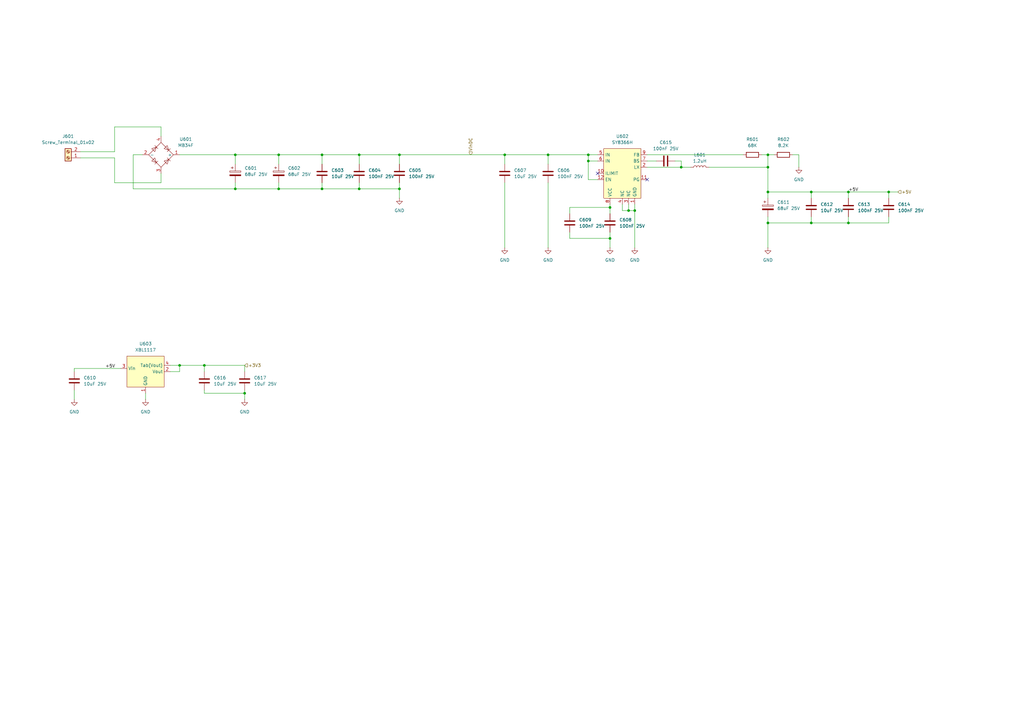
<source format=kicad_sch>
(kicad_sch (version 20250114) (generator "eeschema") (generator_version "9.0")
  (paper "A3")
  (lib_symbols
    (symbol "1CustomSymbols:GOODWORK MB34F"
      (property "Reference" "U" (at 4.572 9.906 0))
      (property "Value" "MB34F" (at 4.572 7.874 0))
      (symbol "GOODWORK MB34F_0_1"
        (polyline (pts (xy -5.08 0) (xy 0 -5.08) (xy 5.08 0) (xy 0 5.08) (xy -5.08 0)))
        (polyline (pts (xy -3.81 2.54) (xy -2.54 1.27) (xy -1.905 3.175) (xy -3.81 2.54)))
        (polyline (pts (xy -2.54 3.81) (xy -1.27 2.54)))
        (polyline (pts (xy -2.54 -1.27) (xy -3.81 -2.54) (xy -1.905 -3.175) (xy -2.54 -1.27)))
        (polyline (pts (xy -1.27 -2.54) (xy -2.54 -3.81)))
        (polyline (pts (xy 1.27 2.54) (xy 2.54 3.81) (xy 3.175 1.905) (xy 1.27 2.54)))
        (polyline (pts (xy 2.54 1.27) (xy 3.81 2.54)))
        (polyline (pts (xy 2.54 -1.27) (xy 3.81 -2.54)))
        (polyline (pts (xy 3.175 -1.905) (xy 1.27 -2.54) (xy 2.54 -3.81) (xy 3.175 -1.905)))
      )
      (symbol "GOODWORK MB34F_1_1"
        (pin passive line (at -7.62 0 0) (length 2.54) (name "-") (number "2"))
        (pin passive line (at 0 7.62 270) (length 2.54) (name "~") (number "4"))
        (pin passive line (at 0 -7.62 90) (length 2.54) (name "") (number "3"))
        (pin passive line (at 7.62 0 180) (length 2.54) (name "+") (number "1"))
      )
    )
    (symbol "Connector:Screw_Terminal_01x02" (pin_names (offset 1.016) (hide yes))
      (property "Reference" "J" (at 0 2.54 0))
      (property "Value" "Screw_Terminal_01x02" (at 0 -5.08 0))
      (symbol "Screw_Terminal_01x02_1_1"
        (rectangle (start -1.27 1.27) (end 1.27 -3.81) (stroke (width 0.254)) (fill (type background)))
        (polyline (pts (xy -0.5334 0.3302) (xy 0.3302 -0.508)) (stroke (width 0.1524)))
        (polyline (pts (xy -0.5334 -2.2098) (xy 0.3302 -3.048)) (stroke (width 0.1524)))
        (polyline (pts (xy -0.3556 0.508) (xy 0.508 -0.3302)) (stroke (width 0.1524)))
        (polyline (pts (xy -0.3556 -2.032) (xy 0.508 -2.8702)) (stroke (width 0.1524)))
        (circle (center 0 0) (radius 0.635) (stroke (width 0.1524)))
        (circle (center 0 -2.54) (radius 0.635) (stroke (width 0.1524)))
        (pin passive line (at -5.08 0 0) (length 3.81) (name "Pin_1") (number "1"))
        (pin passive line (at -5.08 -2.54 0) (length 3.81) (name "Pin_2") (number "2"))
      )
    )
    (symbol "Device:C" (pin_numbers (hide yes)) (pin_names (offset 0.254))
      (property "Reference" "C" (at 0.635 2.54 0))
      (property "Value" "C" (at 0.635 -2.54 0))
      (symbol "C_0_1"
        (polyline (pts (xy -2.032 0.762) (xy 2.032 0.762)) (stroke (width 0.508)))
        (polyline (pts (xy -2.032 -0.762) (xy 2.032 -0.762)) (stroke (width 0.508)))
      )
      (symbol "C_1_1"
        (pin passive line (at 0 3.81 270) (length 2.794) (name "~") (number "1"))
        (pin passive line (at 0 -3.81 90) (length 2.794) (name "~") (number "2"))
      )
    )
    (symbol "Device:C_Polarized" (pin_numbers (hide yes)) (pin_names (offset 0.254))
      (property "Reference" "C" (at 0.635 2.54 0))
      (property "Value" "C_Polarized" (at 0.635 -2.54 0))
      (symbol "C_Polarized_0_1"
        (rectangle (start -2.286 0.508) (end 2.286 1.016))
        (polyline (pts (xy -1.778 2.286) (xy -0.762 2.286)))
        (polyline (pts (xy -1.27 2.794) (xy -1.27 1.778)))
        (rectangle (start 2.286 -0.508) (end -2.286 -1.016) (fill (type outline)))
      )
      (symbol "C_Polarized_1_1"
        (pin passive line (at 0 3.81 270) (length 2.794) (name "~") (number "1"))
        (pin passive line (at 0 -3.81 90) (length 2.794) (name "~") (number "2"))
      )
    )
    (symbol "Device:L" (pin_numbers (hide yes)) (pin_names (offset 1.016) (hide yes))
      (property "Reference" "L" (at -1.27 0 90))
      (property "Value" "L" (at 1.905 0 90))
      (symbol "L_0_1"
        (arc (start 0 2.54) (mid 0.6323 1.905) (end 0 1.27))
        (arc (start 0 1.27) (mid 0.6323 0.635) (end 0 0))
        (arc (start 0 0) (mid 0.6323 -0.635) (end 0 -1.27))
        (arc (start 0 -1.27) (mid 0.6323 -1.905) (end 0 -2.54))
      )
      (symbol "L_1_1"
        (pin passive line (at 0 3.81 270) (length 1.27) (name "1") (number "1"))
        (pin passive line (at 0 -3.81 90) (length 1.27) (name "2") (number "2"))
      )
    )
    (symbol "Device:R" (pin_numbers (hide yes)) (pin_names (offset 0))
      (property "Reference" "R" (at 2.032 0 90))
      (property "Value" "R" (at 0 0 90))
      (symbol "R_0_1"
        (rectangle (start -1.016 -2.54) (end 1.016 2.54) (stroke (width 0.254)))
      )
      (symbol "R_1_1"
        (pin passive line (at 0 3.81 270) (length 1.27) (name "~") (number "1"))
        (pin passive line (at 0 -3.81 90) (length 1.27) (name "~") (number "2"))
      )
    )
    (symbol "customFootprints:SY8366H"
      (property "Reference" "U" (at -0.254 14.478 0))
      (property "Value" "SY8366H" (at -0.254 11.684 0))
      (symbol "SY8366H_0_0"
        (pin power_in line (at -10.16 7.62 0) (length 2.54) (name "IN") (number "5"))
        (pin power_in line (at -10.16 5.08 0) (length 2.54) (name "IN") (number "6"))
        (pin input line (at -10.16 0 0) (length 2.54) (name "ILIMIT") (number "10"))
        (pin input line (at -10.16 -2.54 0) (length 2.54) (name "EN") (number "12"))
        (pin passive line (at -5.08 -12.7 90) (length 2.54) (name "VCC") (number "8"))
        (pin passive line (at 0 -12.7 90) (length 2.54) (name "NC") (number "4"))
        (pin passive line (at 2.54 -12.7 90) (length 2.54) (name "NC") (number "3"))
        (pin power_in line (at 5.08 -12.7 90) (length 2.54) (name "GND") (number "1"))
        (pin input line (at 10.16 7.62 180) (length 2.54) (name "FB") (number "9"))
        (pin passive line (at 10.16 5.08 180) (length 2.54) (name "BS") (number "7"))
        (pin power_out line (at 10.16 2.54 180) (length 2.54) (name "LX") (number "2"))
        (pin open_emitter line (at 10.16 -2.54 180) (length 2.54) (name "PG") (number "11"))
      )
      (symbol "SY8366H_1_1"
        (rectangle (start -7.62 10.16) (end 7.62 -10.16) (fill (type background)))
      )
    )
    (symbol "customFootprints:XBL1117-xx/STR"
      (property "Reference" "U" (at -1.016 10.668 0))
      (property "Value" "XBL1117" (at 0 0 0))
      (symbol "XBL1117-xx/STR_0_0"
        (pin power_in line (at -10.16 1.27 0) (length 2.54) (name "Vin") (number "3"))
        (pin power_in line (at 0 -8.89 90) (length 2.54) (name "GND") (number "1"))
        (pin power_out line (at 10.16 2.54 180) (length 2.54) (name "Tab(Vout)") (number "4"))
      )
      (symbol "XBL1117-xx/STR_1_0"
        (pin power_out line (at 10.16 0 180) (length 2.54) (name "Vout") (number "2"))
      )
      (symbol "XBL1117-xx/STR_1_1"
        (rectangle (start -7.62 6.35) (end 7.62 -6.35) (fill (type background)))
      )
    )
    (symbol "power:GND" (power) (pin_numbers (hide yes)) (pin_names (offset 0) (hide yes))
      (property "Value" "GND" (at 0 -3.81 0))
      (symbol "GND_0_1"
        (polyline (pts (xy 0 0) (xy 0 -1.27) (xy 1.27 -1.27) (xy 0 -2.54) (xy -1.27 -1.27) (xy 0 -1.27)))
      )
      (symbol "GND_1_1"
        (pin power_in line (at 0 0 270) (length 0) (name "~") (number "1"))
      )
    )
  )
  (junction (at 147.32 63.5))
  (junction (at 114.3 77.47))
  (junction (at 163.83 77.47))
  (junction (at 347.98 91.44))
  (junction (at 96.52 77.47))
  (junction (at 314.96 63.5))
  (junction (at 347.98 78.74))
  (junction (at 250.19 85.09))
  (junction (at 83.82 149.86))
  (junction (at 279.4 68.58))
  (junction (at 96.52 63.5))
  (junction (at 250.19 97.79))
  (junction (at 132.08 63.5))
  (junction (at 163.83 63.5))
  (junction (at 257.81 86.36))
  (junction (at 260.35 86.36))
  (junction (at 314.96 91.44))
  (junction (at 224.79 63.5))
  (junction (at 132.08 77.47))
  (junction (at 364.49 78.74))
  (junction (at 207.01 63.5))
  (junction (at 332.74 91.44))
  (junction (at 241.3 63.5))
  (junction (at 314.96 68.58))
  (junction (at 114.3 63.5))
  (junction (at 73.66 149.86))
  (junction (at 100.33 161.29))
  (junction (at 332.74 78.74))
  (junction (at 241.3 66.04))
  (junction (at 147.32 77.47))
  (junction (at 314.96 78.74))
  (no_connect (at 245.11 71.12))
  (no_connect (at 265.43 73.66))
  (wire (pts (xy 290.83 68.58) (xy 314.96 68.58)))
  (wire (pts (xy 163.83 77.47) (xy 163.83 81.28)))
  (wire (pts (xy 30.48 152.4) (xy 30.48 151.13)))
  (wire (pts (xy 147.32 74.93) (xy 147.32 77.47)))
  (wire (pts (xy 364.49 78.74) (xy 347.98 78.74)))
  (wire (pts (xy 233.68 87.63) (xy 233.68 85.09)))
  (wire (pts (xy 147.32 63.5) (xy 163.83 63.5)))
  (wire (pts (xy 241.3 66.04) (xy 241.3 63.5)))
  (wire (pts (xy 114.3 74.93) (xy 114.3 77.47)))
  (wire (pts (xy 54.61 63.5) (xy 54.61 77.47)))
  (wire (pts (xy 265.43 66.04) (xy 269.24 66.04)))
  (wire (pts (xy 46.99 52.07) (xy 46.99 62.23)))
  (wire (pts (xy 347.98 91.44) (xy 347.98 88.9)))
  (wire (pts (xy 245.11 66.04) (xy 241.3 66.04)))
  (wire (pts (xy 347.98 81.28) (xy 347.98 78.74)))
  (wire (pts (xy 73.66 63.5) (xy 96.52 63.5)))
  (wire (pts (xy 46.99 64.77) (xy 46.99 74.93)))
  (wire (pts (xy 257.81 86.36) (xy 260.35 86.36)))
  (wire (pts (xy 66.04 52.07) (xy 46.99 52.07)))
  (wire (pts (xy 255.27 83.82) (xy 255.27 86.36)))
  (wire (pts (xy 132.08 74.93) (xy 132.08 77.47)))
  (wire (pts (xy 69.85 152.4) (xy 73.66 152.4)))
  (wire (pts (xy 147.32 77.47) (xy 163.83 77.47)))
  (wire (pts (xy 250.19 85.09) (xy 250.19 87.63)))
  (wire (pts (xy 364.49 81.28) (xy 364.49 78.74)))
  (wire (pts (xy 276.86 66.04) (xy 279.4 66.04)))
  (wire (pts (xy 46.99 62.23) (xy 33.02 62.23)))
  (wire (pts (xy 250.19 97.79) (xy 250.19 101.6)))
  (wire (pts (xy 241.3 73.66) (xy 241.3 66.04)))
  (wire (pts (xy 132.08 67.31) (xy 132.08 63.5)))
  (wire (pts (xy 233.68 85.09) (xy 250.19 85.09)))
  (wire (pts (xy 279.4 66.04) (xy 279.4 68.58)))
  (wire (pts (xy 58.42 63.5) (xy 54.61 63.5)))
  (wire (pts (xy 163.83 74.93) (xy 163.83 77.47)))
  (wire (pts (xy 73.66 152.4) (xy 73.66 149.86)))
  (wire (pts (xy 100.33 152.4) (xy 100.33 149.86)))
  (wire (pts (xy 100.33 161.29) (xy 100.33 160.02)))
  (wire (pts (xy 314.96 68.58) (xy 314.96 78.74)))
  (wire (pts (xy 114.3 77.47) (xy 132.08 77.47)))
  (wire (pts (xy 241.3 63.5) (xy 245.11 63.5)))
  (wire (pts (xy 54.61 77.47) (xy 96.52 77.47)))
  (wire (pts (xy 96.52 77.47) (xy 114.3 77.47)))
  (wire (pts (xy 66.04 74.93) (xy 66.04 71.12)))
  (wire (pts (xy 233.68 97.79) (xy 233.68 95.25)))
  (wire (pts (xy 314.96 91.44) (xy 332.74 91.44)))
  (wire (pts (xy 163.83 63.5) (xy 163.83 67.31)))
  (wire (pts (xy 132.08 63.5) (xy 147.32 63.5)))
  (wire (pts (xy 66.04 55.88) (xy 66.04 52.07)))
  (wire (pts (xy 314.96 78.74) (xy 332.74 78.74)))
  (wire (pts (xy 207.01 63.5) (xy 224.79 63.5)))
  (wire (pts (xy 364.49 91.44) (xy 364.49 88.9)))
  (wire (pts (xy 83.82 161.29) (xy 100.33 161.29)))
  (wire (pts (xy 257.81 83.82) (xy 257.81 86.36)))
  (wire (pts (xy 364.49 78.74) (xy 368.3 78.74)))
  (wire (pts (xy 73.66 149.86) (xy 69.85 149.86)))
  (wire (pts (xy 224.79 63.5) (xy 241.3 63.5)))
  (wire (pts (xy 314.96 91.44) (xy 314.96 101.6)))
  (wire (pts (xy 224.79 67.31) (xy 224.79 63.5)))
  (wire (pts (xy 250.19 83.82) (xy 250.19 85.09)))
  (wire (pts (xy 30.48 151.13) (xy 49.53 151.13)))
  (wire (pts (xy 332.74 91.44) (xy 332.74 88.9)))
  (wire (pts (xy 250.19 95.25) (xy 250.19 97.79)))
  (wire (pts (xy 83.82 161.29) (xy 83.82 160.02)))
  (wire (pts (xy 314.96 63.5) (xy 317.5 63.5)))
  (wire (pts (xy 245.11 73.66) (xy 241.3 73.66)))
  (wire (pts (xy 327.66 63.5) (xy 327.66 68.58)))
  (wire (pts (xy 314.96 91.44) (xy 314.96 88.9)))
  (wire (pts (xy 163.83 63.5) (xy 207.01 63.5)))
  (wire (pts (xy 100.33 149.86) (xy 83.82 149.86)))
  (wire (pts (xy 265.43 68.58) (xy 279.4 68.58)))
  (wire (pts (xy 46.99 74.93) (xy 66.04 74.93)))
  (wire (pts (xy 279.4 68.58) (xy 283.21 68.58)))
  (wire (pts (xy 114.3 67.31) (xy 114.3 63.5)))
  (wire (pts (xy 325.12 63.5) (xy 327.66 63.5)))
  (wire (pts (xy 100.33 161.29) (xy 100.33 163.83)))
  (wire (pts (xy 83.82 149.86) (xy 73.66 149.86)))
  (wire (pts (xy 314.96 68.58) (xy 314.96 63.5)))
  (wire (pts (xy 332.74 78.74) (xy 347.98 78.74)))
  (wire (pts (xy 96.52 74.93) (xy 96.52 77.47)))
  (wire (pts (xy 224.79 74.93) (xy 224.79 101.6)))
  (wire (pts (xy 207.01 74.93) (xy 207.01 101.6)))
  (wire (pts (xy 347.98 91.44) (xy 364.49 91.44)))
  (wire (pts (xy 132.08 77.47) (xy 147.32 77.47)))
  (wire (pts (xy 83.82 149.86) (xy 83.82 152.4)))
  (wire (pts (xy 312.42 63.5) (xy 314.96 63.5)))
  (wire (pts (xy 96.52 63.5) (xy 114.3 63.5)))
  (wire (pts (xy 33.02 64.77) (xy 46.99 64.77)))
  (wire (pts (xy 207.01 63.5) (xy 207.01 67.31)))
  (wire (pts (xy 250.19 97.79) (xy 233.68 97.79)))
  (wire (pts (xy 30.48 160.02) (xy 30.48 163.83)))
  (wire (pts (xy 114.3 63.5) (xy 132.08 63.5)))
  (wire (pts (xy 260.35 86.36) (xy 260.35 101.6)))
  (wire (pts (xy 147.32 67.31) (xy 147.32 63.5)))
  (wire (pts (xy 255.27 86.36) (xy 257.81 86.36)))
  (wire (pts (xy 96.52 67.31) (xy 96.52 63.5)))
  (wire (pts (xy 260.35 86.36) (xy 260.35 83.82)))
  (wire (pts (xy 314.96 81.28) (xy 314.96 78.74)))
  (wire (pts (xy 332.74 91.44) (xy 347.98 91.44)))
  (wire (pts (xy 59.69 161.29) (xy 59.69 163.83)))
  (wire (pts (xy 332.74 81.28) (xy 332.74 78.74)))
  (wire (pts (xy 265.43 63.5) (xy 304.8 63.5)))
  (label "+5V" (at 43.18 151.13 0))
  (label "+5V" (at 347.98 78.74 0))
  (hierarchical_label "+3V3" (shape input) (at 100.33 149.86 0))
  (hierarchical_label "+5V" (shape input) (at 368.3 78.74 0))
  (hierarchical_label "VinDC" (shape input) (at 193.04 63.5 90))
  (symbol (lib_id "Device:C") (at 224.79 71.12 0) (unit 1)
    (property "Reference" "C606" (at 228.6 69.8499 0) (effects (justify left)))
    (property "Value" "100nF 25V" (at 228.6 72.3899 0) (effects (justify left)))
    (property "Footprint" "Capacitor_SMD:C_0402_1005Metric" (effects (hide yes)))
    (property "Description" "Unpolarized capacitor" (effects (hide yes)))
  )
  (symbol (lib_id "Device:C") (at 132.08 71.12 0) (unit 1)
    (property "Reference" "C603" (at 135.89 69.8499 0) (effects (justify left)))
    (property "Value" "10uF 25V" (at 135.89 72.3899 0) (effects (justify left)))
    (property "Footprint" "Capacitor_SMD:C_0805_2012Metric" (effects (hide yes)))
    (property "Description" "Unpolarized capacitor" (effects (hide yes)))
  )
  (symbol (lib_id "Device:C") (at 30.48 156.21 0) (unit 1)
    (property "Reference" "C610" (at 34.29 154.9399 0) (effects (justify left)))
    (property "Value" "10uF 25V" (at 34.29 157.4799 0) (effects (justify left)))
    (property "Footprint" "Capacitor_SMD:C_0805_2012Metric" (effects (hide yes)))
    (property "Description" "Unpolarized capacitor" (effects (hide yes)))
  )
  (symbol (lib_id "Device:R") (at 308.61 63.5 90) (unit 1)
    (property "Reference" "R601" (at 308.61 57.15 90))
    (property "Value" "68K" (at 308.61 59.69 90))
    (property "Footprint" "Resistor_SMD:R_0402_1005Metric" (effects (hide yes)))
    (property "Description" "Resistor" (effects (hide yes)))
  )
  (symbol (lib_id "power:GND") (at 100.33 163.83 0) (unit 1)
    (property "Reference" "#PWR0609" (effects (hide yes)))
    (property "Value" "GND" (at 100.33 168.91 0))
    (property "Description" "Power symbol creates a global label with name \"GND\" , ground" (effects (hide yes)))
  )
  (symbol (lib_id "Device:C") (at 250.19 91.44 0) (unit 1)
    (property "Reference" "C608" (at 254 90.1699 0) (effects (justify left)))
    (property "Value" "100nF 25V" (at 254 92.7099 0) (effects (justify left)))
    (property "Footprint" "Capacitor_SMD:C_0402_1005Metric" (effects (hide yes)))
    (property "Description" "Unpolarized capacitor" (effects (hide yes)))
  )
  (symbol (lib_id "power:GND") (at 250.19 101.6 0) (unit 1)
    (property "Reference" "#PWR0605" (effects (hide yes)))
    (property "Value" "GND" (at 250.19 106.68 0))
    (property "Description" "Power symbol creates a global label with name \"GND\" , ground" (effects (hide yes)))
  )
  (symbol (lib_id "power:GND") (at 260.35 101.6 0) (unit 1)
    (property "Reference" "#PWR0604" (effects (hide yes)))
    (property "Value" "GND" (at 260.35 106.68 0))
    (property "Description" "Power symbol creates a global label with name \"GND\" , ground" (effects (hide yes)))
  )
  (symbol (lib_id "power:GND") (at 59.69 163.83 0) (unit 1)
    (property "Reference" "#PWR0608" (effects (hide yes)))
    (property "Value" "GND" (at 59.69 168.91 0))
    (property "Description" "Power symbol creates a global label with name \"GND\" , ground" (effects (hide yes)))
  )
  (symbol (lib_id "Device:C") (at 233.68 91.44 0) (unit 1)
    (property "Reference" "C609" (at 237.49 90.1699 0) (effects (justify left)))
    (property "Value" "100nF 25V" (at 237.49 92.7099 0) (effects (justify left)))
    (property "Footprint" "Capacitor_SMD:C_0402_1005Metric" (effects (hide yes)))
    (property "Description" "Unpolarized capacitor" (effects (hide yes)))
  )
  (symbol (lib_id "power:GND") (at 314.96 101.6 0) (unit 1)
    (property "Reference" "#PWR0607" (effects (hide yes)))
    (property "Value" "GND" (at 314.96 106.68 0))
    (property "Description" "Power symbol creates a global label with name \"GND\" , ground" (effects (hide yes)))
  )
  (symbol (lib_id "customFootprints:XBL1117-xx/STR") (at 59.69 152.4 0) (unit 1)
    (property "Reference" "U603" (at 59.69 140.97 0))
    (property "Value" "XBL1117" (at 59.69 143.51 0))
    (property "Footprint" "Package_TO_SOT_SMD:SOT-223" (effects (hide yes)))
    (property "MPN" "XBLW XBL1117-3.3" (effects (hide yes)))
  )
  (symbol (lib_id "Device:C") (at 83.82 156.21 0) (unit 1)
    (property "Reference" "C616" (at 87.63 154.9399 0) (effects (justify left)))
    (property "Value" "10uF 25V" (at 87.63 157.4799 0) (effects (justify left)))
    (property "Footprint" "Capacitor_SMD:C_0805_2012Metric" (effects (hide yes)))
    (property "Description" "Unpolarized capacitor" (effects (hide yes)))
  )
  (symbol (lib_id "Device:L") (at 287.02 68.58 90) (unit 1)
    (property "Reference" "L601" (at 287.02 63.5 90))
    (property "Value" "1.2uH" (at 287.02 66.04 90))
    (property "Footprint" "Inductor_SMD:L_APV_ANR4012" (effects (hide yes)))
    (property "Description" "Inductor" (effects (hide yes)))
    (property "MPN" "FTC404020S1R2MBCA" (effects (hide yes)))
  )
  (symbol (lib_id "Device:C_Polarized") (at 114.3 71.12 0) (unit 1)
    (property "Reference" "C602" (at 118.11 68.9609 0) (effects (justify left)))
    (property "Value" "68uF 25V" (at 118.11 71.5009 0) (effects (justify left)))
    (property "Footprint" "Capacitor_SMD:CP_Elec_6.3x5.4" (effects (hide yes)))
    (property "Description" "Polarized capacitor" (effects (hide yes)))
    (property "MPN" "CS1E680M-CRE54 " (effects (hide yes)))
  )
  (symbol (lib_id "Device:C") (at 207.01 71.12 0) (unit 1)
    (property "Reference" "C607" (at 210.82 69.8499 0) (effects (justify left)))
    (property "Value" "10uF 25V" (at 210.82 72.3899 0) (effects (justify left)))
    (property "Footprint" "Capacitor_SMD:C_0805_2012Metric" (effects (hide yes)))
    (property "Description" "Unpolarized capacitor" (effects (hide yes)))
  )
  (symbol (lib_id "Connector:Screw_Terminal_01x02") (at 27.94 64.77 180) (unit 1)
    (property "Reference" "J601" (at 27.94 55.88 0))
    (property "Value" "Screw_Terminal_01x02" (at 27.94 58.42 0))
    (property "Footprint" "TerminalBlock:TerminalBlock_Xinya_XY308-2.54-2P_1x02_P2.54mm_Horizontal" (effects (hide yes)))
    (property "Description" "Generic screw terminal, single row, 01x02, script generated (kicad-library-utils/schlib/autogen/connector/)" (effects (hide yes)))
    (property "MPN" "MX128-2.54-02P-GN01-Cu-Y-A " (effects (hide yes)))
  )
  (symbol (lib_id "power:GND") (at 163.83 81.28 0) (unit 1)
    (property "Reference" "#PWR0601" (effects (hide yes)))
    (property "Value" "GND" (at 163.83 86.36 0))
    (property "Description" "Power symbol creates a global label with name \"GND\" , ground" (effects (hide yes)))
  )
  (symbol (lib_id "1CustomSymbols:GOODWORK MB34F") (at 66.04 63.5 0) (unit 1)
    (property "Reference" "U601" (at 76.2 57.0798 0))
    (property "Value" "MB34F" (at 76.2 59.6198 0))
    (property "Footprint" "1CustomFootprints:MFB" (effects (hide yes)))
    (property "Description" "Full bridge rectifier 200V 3A" (effects (hide yes)))
    (property "MPN" "MB34F" (effects (hide yes)))
  )
  (symbol (lib_id "Device:C") (at 163.83 71.12 0) (unit 1)
    (property "Reference" "C605" (at 167.64 69.8499 0) (effects (justify left)))
    (property "Value" "100nF 25V" (at 167.64 72.3899 0) (effects (justify left)))
    (property "Footprint" "Capacitor_SMD:C_0402_1005Metric" (effects (hide yes)))
    (property "Description" "Unpolarized capacitor" (effects (hide yes)))
  )
  (symbol (lib_id "Device:C") (at 332.74 85.09 0) (unit 1)
    (property "Reference" "C612" (at 336.55 83.8199 0) (effects (justify left)))
    (property "Value" "10uF 25V" (at 336.55 86.3599 0) (effects (justify left)))
    (property "Footprint" "Capacitor_SMD:C_0805_2012Metric" (effects (hide yes)))
    (property "Description" "Unpolarized capacitor" (effects (hide yes)))
  )
  (symbol (lib_id "Device:C") (at 364.49 85.09 0) (unit 1)
    (property "Reference" "C614" (at 368.3 83.8199 0) (effects (justify left)))
    (property "Value" "100nF 25V" (at 368.3 86.3599 0) (effects (justify left)))
    (property "Footprint" "Capacitor_SMD:C_0402_1005Metric" (effects (hide yes)))
    (property "Description" "Unpolarized capacitor" (effects (hide yes)))
  )
  (symbol (lib_id "power:GND") (at 30.48 163.83 0) (unit 1)
    (property "Reference" "#PWR0610" (effects (hide yes)))
    (property "Value" "GND" (at 30.48 168.91 0))
    (property "Description" "Power symbol creates a global label with name \"GND\" , ground" (effects (hide yes)))
  )
  (symbol (lib_id "Device:C") (at 100.33 156.21 0) (unit 1)
    (property "Reference" "C617" (at 104.14 154.9399 0) (effects (justify left)))
    (property "Value" "10uF 25V" (at 104.14 157.4799 0) (effects (justify left)))
    (property "Footprint" "Capacitor_SMD:C_0805_2012Metric" (effects (hide yes)))
    (property "Description" "Unpolarized capacitor" (effects (hide yes)))
  )
  (symbol (lib_id "Device:C") (at 347.98 85.09 0) (unit 1)
    (property "Reference" "C613" (at 351.79 83.8199 0) (effects (justify left)))
    (property "Value" "100nF 25V" (at 351.79 86.3599 0) (effects (justify left)))
    (property "Footprint" "Capacitor_SMD:C_0402_1005Metric" (effects (hide yes)))
    (property "Description" "Unpolarized capacitor" (effects (hide yes)))
  )
  (symbol (lib_id "Device:C_Polarized") (at 314.96 85.09 0) (unit 1)
    (property "Reference" "C611" (at 318.77 82.9309 0) (effects (justify left)))
    (property "Value" "68uF 25V" (at 318.77 85.4709 0) (effects (justify left)))
    (property "Footprint" "Capacitor_SMD:CP_Elec_6.3x5.4" (effects (hide yes)))
    (property "Description" "Polarized capacitor" (effects (hide yes)))
    (property "MPN" "CS1E680M-CRE54 " (effects (hide yes)))
  )
  (symbol (lib_id "power:GND") (at 207.01 101.6 0) (unit 1)
    (property "Reference" "#PWR0602" (effects (hide yes)))
    (property "Value" "GND" (at 207.01 106.68 0))
    (property "Description" "Power symbol creates a global label with name \"GND\" , ground" (effects (hide yes)))
  )
  (symbol (lib_id "Device:C_Polarized") (at 96.52 71.12 0) (unit 1)
    (property "Reference" "C601" (at 100.33 68.9609 0) (effects (justify left)))
    (property "Value" "68uF 25V" (at 100.33 71.5009 0) (effects (justify left)))
    (property "Footprint" "Capacitor_SMD:CP_Elec_6.3x5.4" (effects (hide yes)))
    (property "Description" "Polarized capacitor" (effects (hide yes)))
    (property "MPN" "CS1E680M-CRE54 " (effects (hide yes)))
  )
  (symbol (lib_id "Device:C") (at 147.32 71.12 0) (unit 1)
    (property "Reference" "C604" (at 151.13 69.8499 0) (effects (justify left)))
    (property "Value" "100nF 25V" (at 151.13 72.3899 0) (effects (justify left)))
    (property "Footprint" "Capacitor_SMD:C_0402_1005Metric" (effects (hide yes)))
    (property "Description" "Unpolarized capacitor" (effects (hide yes)))
  )
  (symbol (lib_id "power:GND") (at 224.79 101.6 0) (unit 1)
    (property "Reference" "#PWR0603" (effects (hide yes)))
    (property "Value" "GND" (at 224.79 106.68 0))
    (property "Description" "Power symbol creates a global label with name \"GND\" , ground" (effects (hide yes)))
  )
  (symbol (lib_id "Device:R") (at 321.31 63.5 90) (unit 1)
    (property "Reference" "R602" (at 321.31 57.15 90))
    (property "Value" "8.2K" (at 321.31 59.69 90))
    (property "Footprint" "Resistor_SMD:R_0402_1005Metric" (effects (hide yes)))
    (property "Description" "Resistor" (effects (hide yes)))
  )
  (symbol (lib_id "Device:C") (at 273.05 66.04 90) (unit 1)
    (property "Reference" "C615" (at 273.05 58.42 90))
    (property "Value" "100nF 25V" (at 273.05 60.96 90))
    (property "Footprint" "Capacitor_SMD:C_0402_1005Metric" (effects (hide yes)))
    (property "Description" "Unpolarized capacitor" (effects (hide yes)))
  )
  (symbol (lib_id "power:GND") (at 327.66 68.58 0) (unit 1)
    (property "Reference" "#PWR0606" (effects (hide yes)))
    (property "Value" "GND" (at 327.66 73.66 0))
    (property "Description" "Power symbol creates a global label with name \"GND\" , ground" (effects (hide yes)))
  )
  (symbol (lib_id "customFootprints:SY8366H") (at 255.27 71.12 0) (unit 1)
    (property "Reference" "U602" (at 255.27 55.88 0))
    (property "Value" "SY8366H" (at 255.27 58.42 0))
    (property "Footprint" "1CustomFootprints:QFN3X3-12_SGY" (effects (hide yes)))
  )
)
</source>
